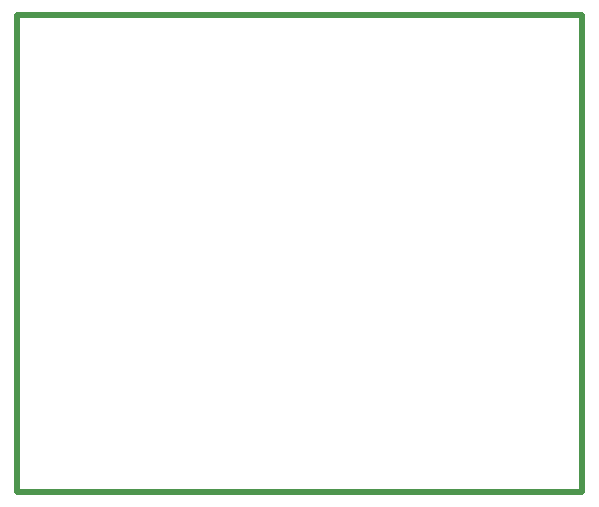
<source format=gbr>
%TF.GenerationSoftware,KiCad,Pcbnew,(6.0.9)*%
%TF.CreationDate,2023-11-09T09:33:38+01:00*%
%TF.ProjectId,LO_daughter,4c4f5f64-6175-4676-9874-65722e6b6963,rev?*%
%TF.SameCoordinates,Original*%
%TF.FileFunction,Profile,NP*%
%FSLAX46Y46*%
G04 Gerber Fmt 4.6, Leading zero omitted, Abs format (unit mm)*
G04 Created by KiCad (PCBNEW (6.0.9)) date 2023-11-09 09:33:38*
%MOMM*%
%LPD*%
G01*
G04 APERTURE LIST*
%TA.AperFunction,Profile*%
%ADD10C,0.500000*%
%TD*%
G04 APERTURE END LIST*
D10*
X128520000Y-54050000D02*
X176300000Y-54050000D01*
X176300000Y-54050000D02*
X176300000Y-94470000D01*
X176300000Y-94470000D02*
X128520000Y-94470000D01*
X128520000Y-94470000D02*
X128520000Y-54050000D01*
M02*

</source>
